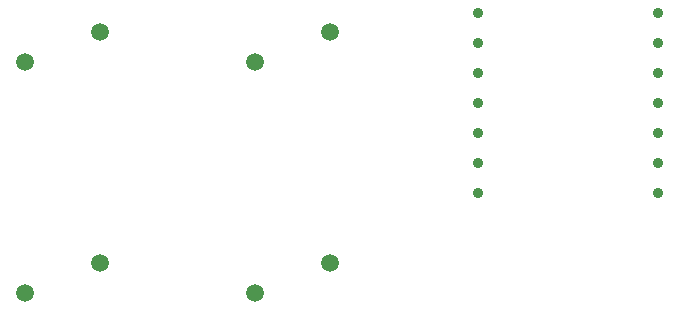
<source format=gbr>
%TF.GenerationSoftware,KiCad,Pcbnew,8.0.8*%
%TF.CreationDate,2025-02-15T15:35:49+01:00*%
%TF.ProjectId,Hacpad,48616370-6164-42e6-9b69-6361645f7063,rev?*%
%TF.SameCoordinates,Original*%
%TF.FileFunction,Plated,1,2,PTH,Drill*%
%TF.FilePolarity,Positive*%
%FSLAX46Y46*%
G04 Gerber Fmt 4.6, Leading zero omitted, Abs format (unit mm)*
G04 Created by KiCad (PCBNEW 8.0.8) date 2025-02-15 15:35:49*
%MOMM*%
%LPD*%
G01*
G04 APERTURE LIST*
%TA.AperFunction,ComponentDrill*%
%ADD10C,0.889000*%
%TD*%
%TA.AperFunction,ComponentDrill*%
%ADD11C,1.500000*%
%TD*%
G04 APERTURE END LIST*
D10*
%TO.C,U1*%
X94000000Y-52760000D03*
X94000000Y-55300000D03*
X94000000Y-57840000D03*
X94000000Y-60380000D03*
X94000000Y-62920000D03*
X94000000Y-65460000D03*
X94000000Y-68000000D03*
X109240000Y-52760000D03*
X109240000Y-55300000D03*
X109240000Y-57840000D03*
X109240000Y-60380000D03*
X109240000Y-62920000D03*
X109240000Y-65460000D03*
X109240000Y-68000000D03*
D11*
%TO.C,SW1*%
X55690000Y-56960000D03*
%TO.C,SW3*%
X55690000Y-76460000D03*
%TO.C,SW1*%
X62040000Y-54420000D03*
%TO.C,SW3*%
X62040000Y-73920000D03*
%TO.C,SW2*%
X75190000Y-56960000D03*
%TO.C,SW4*%
X75190000Y-76460000D03*
%TO.C,SW2*%
X81540000Y-54420000D03*
%TO.C,SW4*%
X81540000Y-73920000D03*
M02*

</source>
